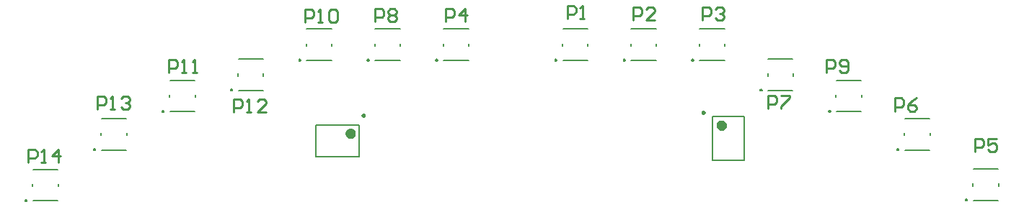
<source format=gto>
%FSTAX23Y23*%
%MOMM*%
%SFA1B1*%

%IPPOS*%
%ADD24C,0.250000*%
%ADD25C,0.599999*%
%ADD26C,0.200000*%
%ADD27C,0.250000*%
%LNfront_sensor-1*%
%LPD*%
G54D24*
X22149Y10049D02*
D01*
X22149Y10058*
X22148Y10066*
X22147Y10074*
X22145Y10083*
X22142Y10091*
X22139Y10098*
X22135Y10106*
X22131Y10113*
X22127Y1012*
X22121Y10127*
X22116Y10133*
X2211Y10139*
X22103Y10144*
X22097Y10149*
X22089Y10153*
X22082Y10157*
X22074Y10161*
X22067Y10164*
X22059Y10166*
X2205Y10168*
X22042Y10169*
X22034Y10169*
X22025*
X22017Y10169*
X22009Y10168*
X22Y10166*
X21992Y10164*
X21985Y10161*
X21977Y10157*
X21969Y10153*
X21962Y10149*
X21956Y10144*
X21949Y10139*
X21943Y10133*
X21938Y10127*
X21932Y1012*
X21928Y10113*
X21924Y10106*
X2192Y10098*
X21917Y10091*
X21914Y10083*
X21912Y10074*
X21911Y10066*
X2191Y10058*
X21909Y10049*
X2191Y10041*
X21911Y10033*
X21912Y10025*
X21914Y10016*
X21917Y10008*
X2192Y10001*
X21924Y09993*
X21928Y09986*
X21932Y09979*
X21938Y09972*
X21943Y09966*
X21949Y0996*
X21956Y09955*
X21962Y0995*
X21969Y09946*
X21977Y09942*
X21985Y09938*
X21992Y09935*
X22Y09933*
X22009Y09931*
X22017Y0993*
X22025Y0993*
X22034*
X22042Y0993*
X2205Y09931*
X22059Y09933*
X22067Y09935*
X22074Y09938*
X22082Y09942*
X22089Y09946*
X22097Y0995*
X22103Y09955*
X2211Y0996*
X22116Y09966*
X22121Y09972*
X22127Y09979*
X22131Y09986*
X22135Y09993*
X22139Y10001*
X22142Y10008*
X22145Y10016*
X22147Y10025*
X22148Y10033*
X22149Y10041*
X22149Y10049*
X-17779Y09709D02*
D01*
X-1778Y09718*
X-17781Y09726*
X-17782Y09734*
X-17784Y09743*
X-17787Y09751*
X-1779Y09758*
X-17794Y09766*
X-17798Y09773*
X-17802Y0978*
X-17808Y09787*
X-17813Y09793*
X-17819Y09799*
X-17826Y09804*
X-17832Y09809*
X-17839Y09813*
X-17847Y09817*
X-17855Y09821*
X-17862Y09824*
X-1787Y09826*
X-17879Y09828*
X-17887Y09829*
X-17895Y09829*
X-17904*
X-17912Y09829*
X-1792Y09828*
X-17929Y09826*
X-17937Y09824*
X-17944Y09821*
X-17952Y09817*
X-17959Y09813*
X-17967Y09809*
X-17973Y09804*
X-1798Y09799*
X-17986Y09793*
X-17991Y09787*
X-17997Y0978*
X-18001Y09773*
X-18005Y09766*
X-18009Y09758*
X-18012Y09751*
X-18015Y09743*
X-18017Y09734*
X-18018Y09726*
X-18019Y09718*
X-18019Y09709*
X-18019Y09701*
X-18018Y09693*
X-18017Y09685*
X-18015Y09676*
X-18012Y09668*
X-18009Y09661*
X-18005Y09653*
X-18001Y09646*
X-17997Y09639*
X-17991Y09632*
X-17986Y09626*
X-1798Y0962*
X-17973Y09615*
X-17967Y0961*
X-17959Y09606*
X-17952Y09602*
X-17944Y09598*
X-17937Y09595*
X-17929Y09593*
X-1792Y09591*
X-17912Y0959*
X-17904Y0959*
X-17895*
X-17887Y0959*
X-17879Y09591*
X-1787Y09593*
X-17862Y09595*
X-17855Y09598*
X-17847Y09602*
X-17839Y09606*
X-17832Y0961*
X-17826Y09615*
X-17819Y0962*
X-17813Y09626*
X-17808Y09632*
X-17802Y09639*
X-17798Y09646*
X-17794Y09653*
X-1779Y09661*
X-17787Y09668*
X-17784Y09676*
X-17782Y09685*
X-17781Y09693*
X-1778Y09701*
X-17779Y09709*
G54D25*
X24449Y08549D02*
D01*
X24449Y0857*
X24447Y08591*
X24443Y08612*
X24438Y08632*
X24431Y08652*
X24424Y08672*
X24414Y0869*
X24404Y08708*
X24392Y08726*
X24379Y08742*
X24365Y08758*
X2435Y08772*
X24334Y08786*
X24317Y08798*
X24299Y08809*
X24281Y08819*
X24262Y08828*
X24242Y08835*
X24222Y08841*
X24202Y08845*
X24181Y08848*
X2416Y08849*
X24139*
X24118Y08848*
X24097Y08845*
X24077Y08841*
X24057Y08835*
X24037Y08828*
X24018Y08819*
X23999Y08809*
X23982Y08798*
X23965Y08786*
X23949Y08772*
X23934Y08758*
X2392Y08742*
X23907Y08726*
X23895Y08708*
X23885Y0869*
X23875Y08672*
X23868Y08652*
X23861Y08632*
X23856Y08612*
X23852Y08591*
X2385Y0857*
X23849Y08549*
X2385Y08529*
X23852Y08508*
X23856Y08487*
X23861Y08467*
X23868Y08447*
X23875Y08427*
X23885Y08409*
X23895Y08391*
X23907Y08373*
X2392Y08357*
X23934Y08341*
X23949Y08327*
X23965Y08313*
X23982Y08301*
X23999Y0829*
X24018Y0828*
X24037Y08271*
X24057Y08264*
X24077Y08258*
X24097Y08254*
X24118Y08251*
X24139Y0825*
X2416*
X24181Y08251*
X24202Y08254*
X24222Y08258*
X24242Y08264*
X24262Y08271*
X24281Y0828*
X24299Y0829*
X24317Y08301*
X24334Y08313*
X2435Y08327*
X24365Y08341*
X24379Y08357*
X24392Y08373*
X24404Y08391*
X24414Y08409*
X24424Y08427*
X24431Y08447*
X24438Y08467*
X24443Y08487*
X24447Y08508*
X24449Y08529*
X24449Y08549*
X-19099Y07579D02*
D01*
X-191Y076*
X-19102Y07621*
X-19106Y07642*
X-19111Y07662*
X-19118Y07682*
X-19125Y07702*
X-19135Y0772*
X-19145Y07738*
X-19157Y07756*
X-1917Y07772*
X-19184Y07788*
X-19199Y07802*
X-19215Y07816*
X-19232Y07828*
X-19249Y07839*
X-19268Y07849*
X-19287Y07858*
X-19307Y07865*
X-19327Y07871*
X-19347Y07875*
X-19368Y07878*
X-19389Y07879*
X-1941*
X-19431Y07878*
X-19452Y07875*
X-19472Y07871*
X-19492Y07865*
X-19512Y07858*
X-19531Y07849*
X-19549Y07839*
X-19567Y07828*
X-19584Y07816*
X-196Y07802*
X-19615Y07788*
X-19629Y07772*
X-19642Y07756*
X-19654Y07738*
X-19664Y0772*
X-19674Y07702*
X-19681Y07682*
X-19688Y07662*
X-19693Y07642*
X-19697Y07621*
X-19699Y076*
X-19699Y07579*
X-19699Y07559*
X-19697Y07538*
X-19693Y07517*
X-19688Y07497*
X-19681Y07477*
X-19674Y07457*
X-19664Y07439*
X-19654Y07421*
X-19642Y07403*
X-19629Y07387*
X-19615Y07371*
X-196Y07357*
X-19584Y07343*
X-19567Y07331*
X-19549Y0732*
X-19531Y0731*
X-19512Y07301*
X-19492Y07294*
X-19472Y07288*
X-19452Y07284*
X-19431Y07281*
X-1941Y0728*
X-19389*
X-19368Y07281*
X-19347Y07284*
X-19327Y07288*
X-19307Y07294*
X-19287Y07301*
X-19268Y0731*
X-19249Y0732*
X-19232Y07331*
X-19215Y07343*
X-19199Y07357*
X-19184Y07371*
X-1917Y07387*
X-19157Y07403*
X-19145Y07421*
X-19135Y07439*
X-19125Y07457*
X-19118Y07477*
X-19111Y07497*
X-19106Y07517*
X-19102Y07538*
X-191Y07559*
X-19099Y07579*
G54D26*
X04819Y16229D02*
D01*
X04819Y16236*
X04819Y16243*
X04817Y1625*
X04816Y16257*
X04813Y16264*
X04811Y1627*
X04808Y16276*
X04804Y16282*
X048Y16288*
X04796Y16294*
X04791Y16299*
X04786Y16304*
X04781Y16308*
X04775Y16312*
X04769Y16316*
X04763Y16319*
X04757Y16322*
X0475Y16325*
X04744Y16327*
X04737Y16328*
X0473Y16329*
X04723Y16329*
X04716*
X04709Y16329*
X04702Y16328*
X04695Y16327*
X04689Y16325*
X04682Y16322*
X04676Y16319*
X04669Y16316*
X04664Y16312*
X04658Y16308*
X04653Y16304*
X04648Y16299*
X04643Y16294*
X04639Y16288*
X04635Y16282*
X04631Y16276*
X04628Y1627*
X04626Y16264*
X04623Y16257*
X04622Y1625*
X0462Y16243*
X0462Y16236*
X04619Y16229*
X0462Y16223*
X0462Y16216*
X04622Y16209*
X04623Y16202*
X04626Y16195*
X04628Y16189*
X04631Y16183*
X04635Y16177*
X04639Y16171*
X04643Y16165*
X04648Y1616*
X04653Y16155*
X04658Y16151*
X04664Y16147*
X04669Y16143*
X04676Y1614*
X04682Y16137*
X04689Y16134*
X04695Y16132*
X04702Y16131*
X04709Y1613*
X04716Y1613*
X04723*
X0473Y1613*
X04737Y16131*
X04744Y16132*
X0475Y16134*
X04757Y16137*
X04763Y1614*
X04769Y16143*
X04775Y16147*
X04781Y16151*
X04786Y16155*
X04791Y1616*
X04796Y16165*
X048Y16171*
X04804Y16177*
X04808Y16183*
X04811Y16189*
X04813Y16195*
X04816Y16202*
X04817Y16209*
X04819Y16216*
X04819Y16223*
X04819Y16229*
X12859D02*
D01*
X12859Y16236*
X12859Y16243*
X12857Y1625*
X12856Y16257*
X12853Y16264*
X12851Y1627*
X12848Y16276*
X12844Y16282*
X1284Y16288*
X12836Y16294*
X12831Y16299*
X12826Y16304*
X12821Y16308*
X12815Y16312*
X12809Y16316*
X12803Y16319*
X12797Y16322*
X1279Y16325*
X12784Y16327*
X12777Y16328*
X1277Y16329*
X12763Y16329*
X12756*
X12749Y16329*
X12742Y16328*
X12735Y16327*
X12729Y16325*
X12722Y16322*
X12716Y16319*
X12709Y16316*
X12704Y16312*
X12698Y16308*
X12693Y16304*
X12688Y16299*
X12683Y16294*
X12679Y16288*
X12675Y16282*
X12671Y16276*
X12668Y1627*
X12666Y16264*
X12663Y16257*
X12662Y1625*
X1266Y16243*
X1266Y16236*
X12659Y16229*
X1266Y16223*
X1266Y16216*
X12662Y16209*
X12663Y16202*
X12666Y16195*
X12668Y16189*
X12671Y16183*
X12675Y16177*
X12679Y16171*
X12683Y16165*
X12688Y1616*
X12693Y16155*
X12698Y16151*
X12704Y16147*
X12709Y16143*
X12716Y1614*
X12722Y16137*
X12729Y16134*
X12735Y16132*
X12742Y16131*
X12749Y1613*
X12756Y1613*
X12763*
X1277Y1613*
X12777Y16131*
X12784Y16132*
X1279Y16134*
X12797Y16137*
X12803Y1614*
X12809Y16143*
X12815Y16147*
X12821Y16151*
X12826Y16155*
X12831Y1616*
X12836Y16165*
X1284Y16171*
X12844Y16177*
X12848Y16183*
X12851Y16189*
X12853Y16195*
X12856Y16202*
X12857Y16209*
X12859Y16216*
X12859Y16223*
X12859Y16229*
X20889D02*
D01*
X20889Y16236*
X20889Y16243*
X20887Y1625*
X20886Y16257*
X20883Y16264*
X20881Y1627*
X20878Y16276*
X20874Y16282*
X2087Y16288*
X20866Y16294*
X20861Y16299*
X20856Y16304*
X20851Y16308*
X20845Y16312*
X20839Y16316*
X20833Y16319*
X20827Y16322*
X2082Y16325*
X20814Y16327*
X20807Y16328*
X208Y16329*
X20793Y16329*
X20786*
X20779Y16329*
X20772Y16328*
X20765Y16327*
X20759Y16325*
X20752Y16322*
X20746Y16319*
X20739Y16316*
X20734Y16312*
X20728Y16308*
X20723Y16304*
X20718Y16299*
X20713Y16294*
X20709Y16288*
X20705Y16282*
X20701Y16276*
X20698Y1627*
X20696Y16264*
X20693Y16257*
X20692Y1625*
X2069Y16243*
X2069Y16236*
X20689Y16229*
X2069Y16223*
X2069Y16216*
X20692Y16209*
X20693Y16202*
X20696Y16195*
X20698Y16189*
X20701Y16183*
X20705Y16177*
X20709Y16171*
X20713Y16165*
X20718Y1616*
X20723Y16155*
X20728Y16151*
X20734Y16147*
X20739Y16143*
X20746Y1614*
X20752Y16137*
X20759Y16134*
X20765Y16132*
X20772Y16131*
X20779Y1613*
X20786Y1613*
X20793*
X208Y1613*
X20807Y16131*
X20814Y16132*
X2082Y16134*
X20827Y16137*
X20833Y1614*
X20839Y16143*
X20845Y16147*
X20851Y16151*
X20856Y16155*
X20861Y1616*
X20866Y16165*
X2087Y16171*
X20874Y16177*
X20878Y16183*
X20881Y16189*
X20883Y16195*
X20886Y16202*
X20887Y16209*
X20889Y16216*
X20889Y16223*
X20889Y16229*
X-09179D02*
D01*
X-0918Y16236*
X-0918Y16243*
X-09182Y1625*
X-09183Y16257*
X-09186Y16264*
X-09188Y1627*
X-09191Y16276*
X-09195Y16282*
X-09199Y16288*
X-09203Y16294*
X-09208Y16299*
X-09213Y16304*
X-09218Y16308*
X-09224Y16312*
X-09229Y16316*
X-09236Y16319*
X-09242Y16322*
X-09249Y16325*
X-09255Y16327*
X-09262Y16328*
X-09269Y16329*
X-09276Y16329*
X-09283*
X-0929Y16329*
X-09297Y16328*
X-09304Y16327*
X-0931Y16325*
X-09317Y16322*
X-09323Y16319*
X-09329Y16316*
X-09335Y16312*
X-09341Y16308*
X-09346Y16304*
X-09351Y16299*
X-09356Y16294*
X-0936Y16288*
X-09364Y16282*
X-09368Y16276*
X-09371Y1627*
X-09373Y16264*
X-09376Y16257*
X-09377Y1625*
X-09379Y16243*
X-09379Y16236*
X-09379Y16229*
X-09379Y16223*
X-09379Y16216*
X-09377Y16209*
X-09376Y16202*
X-09373Y16195*
X-09371Y16189*
X-09368Y16183*
X-09364Y16177*
X-0936Y16171*
X-09356Y16165*
X-09351Y1616*
X-09346Y16155*
X-09341Y16151*
X-09335Y16147*
X-09329Y16143*
X-09323Y1614*
X-09317Y16137*
X-0931Y16134*
X-09304Y16132*
X-09297Y16131*
X-0929Y1613*
X-09283Y1613*
X-09276*
X-09269Y1613*
X-09262Y16131*
X-09255Y16132*
X-09249Y16134*
X-09242Y16137*
X-09236Y1614*
X-09229Y16143*
X-09224Y16147*
X-09218Y16151*
X-09213Y16155*
X-09208Y1616*
X-09203Y16165*
X-09199Y16171*
X-09195Y16177*
X-09191Y16183*
X-09188Y16189*
X-09186Y16195*
X-09183Y16202*
X-09182Y16209*
X-0918Y16216*
X-0918Y16223*
X-09179Y16229*
X53019Y-00249D02*
D01*
X53019Y-00243*
X53019Y-00236*
X53017Y-00229*
X53016Y-00222*
X53013Y-00215*
X53011Y-00209*
X53008Y-00203*
X53004Y-00197*
X53Y-00191*
X52996Y-00185*
X52991Y-0018*
X52986Y-00175*
X52981Y-00171*
X52975Y-00167*
X52969Y-00163*
X52963Y-0016*
X52957Y-00157*
X5295Y-00154*
X52944Y-00152*
X52937Y-00151*
X5293Y-0015*
X52923Y-0015*
X52916*
X52909Y-0015*
X52902Y-00151*
X52895Y-00152*
X52889Y-00154*
X52882Y-00157*
X52876Y-0016*
X52869Y-00163*
X52864Y-00167*
X52858Y-00171*
X52853Y-00175*
X52848Y-0018*
X52843Y-00185*
X52839Y-00191*
X52835Y-00197*
X52831Y-00203*
X52828Y-00209*
X52826Y-00215*
X52823Y-00222*
X52822Y-00229*
X5282Y-00236*
X5282Y-00243*
X52819Y-00249*
X5282Y-00256*
X5282Y-00263*
X52822Y-0027*
X52823Y-00277*
X52826Y-00284*
X52828Y-0029*
X52831Y-00296*
X52835Y-00302*
X52839Y-00308*
X52843Y-00314*
X52848Y-00319*
X52853Y-00324*
X52858Y-00328*
X52864Y-00332*
X52869Y-00336*
X52876Y-00339*
X52882Y-00342*
X52889Y-00345*
X52895Y-00347*
X52902Y-00348*
X52909Y-00349*
X52916Y-00349*
X52923*
X5293Y-00349*
X52937Y-00348*
X52944Y-00347*
X5295Y-00345*
X52957Y-00342*
X52963Y-00339*
X52969Y-00336*
X52975Y-00332*
X52981Y-00328*
X52986Y-00324*
X52991Y-00319*
X52996Y-00314*
X53Y-00308*
X53004Y-00302*
X53008Y-00296*
X53011Y-0029*
X53013Y-00284*
X53016Y-00277*
X53017Y-0027*
X53019Y-00263*
X53019Y-00256*
X53019Y-00249*
X44989Y05699D02*
D01*
X44989Y05706*
X44989Y05713*
X44987Y0572*
X44986Y05727*
X44983Y05734*
X44981Y0574*
X44978Y05746*
X44974Y05752*
X4497Y05758*
X44966Y05764*
X44961Y05769*
X44956Y05774*
X44951Y05778*
X44945Y05782*
X44939Y05786*
X44933Y05789*
X44927Y05792*
X4492Y05795*
X44914Y05797*
X44907Y05798*
X449Y05799*
X44893Y05799*
X44886*
X44879Y05799*
X44872Y05798*
X44865Y05797*
X44859Y05795*
X44852Y05792*
X44846Y05789*
X44839Y05786*
X44834Y05782*
X44828Y05778*
X44823Y05774*
X44818Y05769*
X44813Y05764*
X44809Y05758*
X44805Y05752*
X44801Y05746*
X44798Y0574*
X44796Y05734*
X44793Y05727*
X44792Y0572*
X4479Y05713*
X4479Y05706*
X44789Y05699*
X4479Y05693*
X4479Y05686*
X44792Y05679*
X44793Y05672*
X44796Y05665*
X44798Y05659*
X44801Y05653*
X44805Y05647*
X44809Y05641*
X44813Y05635*
X44818Y0563*
X44823Y05625*
X44828Y05621*
X44834Y05617*
X44839Y05613*
X44846Y0561*
X44852Y05607*
X44859Y05604*
X44865Y05602*
X44872Y05601*
X44879Y056*
X44886Y056*
X44893*
X449Y056*
X44907Y05601*
X44914Y05602*
X4492Y05604*
X44927Y05607*
X44933Y0561*
X44939Y05613*
X44945Y05617*
X44951Y05621*
X44956Y05625*
X44961Y0563*
X44966Y05635*
X4497Y05641*
X44974Y05647*
X44978Y05653*
X44981Y05659*
X44983Y05665*
X44986Y05672*
X44987Y05679*
X44989Y05686*
X44989Y05693*
X44989Y05699*
X28919Y12699D02*
D01*
X28919Y12706*
X28919Y12713*
X28917Y1272*
X28916Y12727*
X28913Y12734*
X28911Y1274*
X28908Y12746*
X28904Y12752*
X289Y12758*
X28896Y12764*
X28891Y12769*
X28886Y12774*
X28881Y12778*
X28875Y12782*
X28869Y12786*
X28863Y12789*
X28857Y12792*
X2885Y12795*
X28844Y12797*
X28837Y12798*
X2883Y12799*
X28823Y12799*
X28816*
X28809Y12799*
X28802Y12798*
X28795Y12797*
X28789Y12795*
X28782Y12792*
X28776Y12789*
X28769Y12786*
X28764Y12782*
X28758Y12778*
X28753Y12774*
X28748Y12769*
X28743Y12764*
X28739Y12758*
X28735Y12752*
X28731Y12746*
X28728Y1274*
X28726Y12734*
X28723Y12727*
X28722Y1272*
X2872Y12713*
X2872Y12706*
X28719Y12699*
X2872Y12693*
X2872Y12686*
X28722Y12679*
X28723Y12672*
X28726Y12665*
X28728Y12659*
X28731Y12653*
X28735Y12646*
X28739Y12641*
X28743Y12635*
X28748Y1263*
X28753Y12625*
X28758Y12621*
X28764Y12617*
X28769Y12613*
X28776Y1261*
X28782Y12607*
X28789Y12604*
X28795Y12602*
X28802Y12601*
X28809Y126*
X28816Y126*
X28823*
X2883Y126*
X28837Y12601*
X28844Y12602*
X2885Y12604*
X28857Y12607*
X28863Y1261*
X28869Y12613*
X28875Y12617*
X28881Y12621*
X28886Y12625*
X28891Y1263*
X28896Y12635*
X289Y12641*
X28904Y12646*
X28908Y12653*
X28911Y12659*
X28913Y12665*
X28916Y12672*
X28917Y12679*
X28919Y12686*
X28919Y12693*
X28919Y12699*
X-17209Y16229D02*
D01*
X-1721Y16236*
X-1721Y16243*
X-17212Y1625*
X-17213Y16257*
X-17216Y16264*
X-17218Y1627*
X-17221Y16276*
X-17225Y16282*
X-17229Y16288*
X-17233Y16294*
X-17238Y16299*
X-17243Y16304*
X-17248Y16308*
X-17254Y16312*
X-17259Y16316*
X-17266Y16319*
X-17272Y16322*
X-17279Y16325*
X-17285Y16327*
X-17292Y16328*
X-17299Y16329*
X-17306Y16329*
X-17313*
X-1732Y16329*
X-17327Y16328*
X-17334Y16327*
X-1734Y16325*
X-17347Y16322*
X-17353Y16319*
X-17359Y16316*
X-17365Y16312*
X-17371Y16308*
X-17376Y16304*
X-17381Y16299*
X-17386Y16294*
X-1739Y16288*
X-17394Y16282*
X-17398Y16276*
X-17401Y1627*
X-17403Y16264*
X-17406Y16257*
X-17407Y1625*
X-17409Y16243*
X-17409Y16236*
X-17409Y16229*
X-17409Y16223*
X-17409Y16216*
X-17407Y16209*
X-17406Y16202*
X-17403Y16195*
X-17401Y16189*
X-17398Y16183*
X-17394Y16177*
X-1739Y16171*
X-17386Y16165*
X-17381Y1616*
X-17376Y16155*
X-17371Y16151*
X-17365Y16147*
X-17359Y16143*
X-17353Y1614*
X-17347Y16137*
X-1734Y16134*
X-17334Y16132*
X-17327Y16131*
X-1732Y1613*
X-17313Y1613*
X-17306*
X-17299Y1613*
X-17292Y16131*
X-17285Y16132*
X-17279Y16134*
X-17272Y16137*
X-17266Y1614*
X-17259Y16143*
X-17254Y16147*
X-17248Y16151*
X-17243Y16155*
X-17238Y1616*
X-17233Y16165*
X-17229Y16171*
X-17225Y16177*
X-17221Y16183*
X-17218Y16189*
X-17216Y16195*
X-17213Y16202*
X-17212Y16209*
X-1721Y16216*
X-1721Y16223*
X-17209Y16229*
X36959Y10199D02*
D01*
X36959Y10206*
X36959Y10213*
X36957Y1022*
X36956Y10227*
X36953Y10234*
X36951Y1024*
X36948Y10246*
X36944Y10252*
X3694Y10258*
X36936Y10264*
X36931Y10269*
X36926Y10274*
X36921Y10278*
X36915Y10282*
X36909Y10286*
X36903Y10289*
X36897Y10292*
X3689Y10295*
X36884Y10297*
X36877Y10298*
X3687Y10299*
X36863Y10299*
X36856*
X36849Y10299*
X36842Y10298*
X36835Y10297*
X36829Y10295*
X36822Y10292*
X36816Y10289*
X36809Y10286*
X36804Y10282*
X36798Y10278*
X36793Y10274*
X36788Y10269*
X36783Y10264*
X36779Y10258*
X36775Y10252*
X36771Y10246*
X36768Y1024*
X36766Y10234*
X36763Y10227*
X36762Y1022*
X3676Y10213*
X3676Y10206*
X36759Y10199*
X3676Y10193*
X3676Y10186*
X36762Y10179*
X36763Y10172*
X36766Y10165*
X36768Y10159*
X36771Y10153*
X36775Y10146*
X36779Y10141*
X36783Y10135*
X36788Y1013*
X36793Y10125*
X36798Y10121*
X36804Y10117*
X36809Y10113*
X36816Y1011*
X36822Y10107*
X36829Y10104*
X36835Y10102*
X36842Y10101*
X36849Y101*
X36856Y101*
X36863*
X3687Y101*
X36877Y10101*
X36884Y10102*
X3689Y10104*
X36897Y10107*
X36903Y1011*
X36909Y10113*
X36915Y10117*
X36921Y10121*
X36926Y10125*
X36931Y1013*
X36936Y10135*
X3694Y10141*
X36944Y10146*
X36948Y10153*
X36951Y10159*
X36953Y10165*
X36956Y10172*
X36957Y10179*
X36959Y10186*
X36959Y10193*
X36959Y10199*
X-25239Y16229D02*
D01*
X-2524Y16236*
X-2524Y16243*
X-25242Y1625*
X-25243Y16257*
X-25246Y16264*
X-25248Y1627*
X-25251Y16276*
X-25255Y16282*
X-25259Y16288*
X-25263Y16294*
X-25268Y16299*
X-25273Y16304*
X-25278Y16308*
X-25284Y16312*
X-25289Y16316*
X-25296Y16319*
X-25302Y16322*
X-25309Y16325*
X-25315Y16327*
X-25322Y16328*
X-25329Y16329*
X-25336Y16329*
X-25343*
X-2535Y16329*
X-25357Y16328*
X-25364Y16327*
X-2537Y16325*
X-25377Y16322*
X-25383Y16319*
X-25389Y16316*
X-25395Y16312*
X-25401Y16308*
X-25406Y16304*
X-25411Y16299*
X-25416Y16294*
X-2542Y16288*
X-25424Y16282*
X-25428Y16276*
X-25431Y1627*
X-25433Y16264*
X-25436Y16257*
X-25437Y1625*
X-25439Y16243*
X-25439Y16236*
X-25439Y16229*
X-25439Y16223*
X-25439Y16216*
X-25437Y16209*
X-25436Y16202*
X-25433Y16195*
X-25431Y16189*
X-25428Y16183*
X-25424Y16177*
X-2542Y16171*
X-25416Y16165*
X-25411Y1616*
X-25406Y16155*
X-25401Y16151*
X-25395Y16147*
X-25389Y16143*
X-25383Y1614*
X-25377Y16137*
X-2537Y16134*
X-25364Y16132*
X-25357Y16131*
X-2535Y1613*
X-25343Y1613*
X-25336*
X-25329Y1613*
X-25322Y16131*
X-25315Y16132*
X-25309Y16134*
X-25302Y16137*
X-25296Y1614*
X-25289Y16143*
X-25284Y16147*
X-25278Y16151*
X-25273Y16155*
X-25268Y1616*
X-25263Y16165*
X-25259Y16171*
X-25255Y16177*
X-25251Y16183*
X-25248Y16189*
X-25246Y16195*
X-25243Y16202*
X-25242Y16209*
X-2524Y16216*
X-2524Y16223*
X-25239Y16229*
X-41309Y10199D02*
D01*
X-4131Y10206*
X-4131Y10213*
X-41312Y1022*
X-41313Y10227*
X-41316Y10234*
X-41318Y1024*
X-41321Y10246*
X-41325Y10252*
X-41329Y10258*
X-41333Y10264*
X-41338Y10269*
X-41343Y10274*
X-41348Y10278*
X-41354Y10282*
X-41359Y10286*
X-41366Y10289*
X-41372Y10292*
X-41379Y10295*
X-41385Y10297*
X-41392Y10298*
X-41399Y10299*
X-41406Y10299*
X-41413*
X-4142Y10299*
X-41427Y10298*
X-41434Y10297*
X-4144Y10295*
X-41447Y10292*
X-41453Y10289*
X-41459Y10286*
X-41465Y10282*
X-41471Y10278*
X-41476Y10274*
X-41481Y10269*
X-41486Y10264*
X-4149Y10258*
X-41494Y10252*
X-41498Y10246*
X-41501Y1024*
X-41503Y10234*
X-41506Y10227*
X-41507Y1022*
X-41509Y10213*
X-41509Y10206*
X-41509Y10199*
X-41509Y10193*
X-41509Y10186*
X-41507Y10179*
X-41506Y10172*
X-41503Y10165*
X-41501Y10159*
X-41498Y10153*
X-41494Y10146*
X-4149Y10141*
X-41486Y10135*
X-41481Y1013*
X-41476Y10125*
X-41471Y10121*
X-41465Y10117*
X-41459Y10113*
X-41453Y1011*
X-41447Y10107*
X-4144Y10104*
X-41434Y10102*
X-41427Y10101*
X-4142Y101*
X-41413Y101*
X-41406*
X-41399Y101*
X-41392Y10101*
X-41385Y10102*
X-41379Y10104*
X-41372Y10107*
X-41366Y1011*
X-41359Y10113*
X-41354Y10117*
X-41348Y10121*
X-41343Y10125*
X-41338Y1013*
X-41333Y10135*
X-41329Y10141*
X-41325Y10146*
X-41321Y10153*
X-41318Y10159*
X-41316Y10165*
X-41313Y10172*
X-41312Y10179*
X-4131Y10186*
X-4131Y10193*
X-41309Y10199*
X-33279Y12699D02*
D01*
X-3328Y12706*
X-3328Y12713*
X-33282Y1272*
X-33283Y12727*
X-33286Y12734*
X-33288Y1274*
X-33291Y12746*
X-33295Y12752*
X-33299Y12758*
X-33303Y12764*
X-33308Y12769*
X-33313Y12774*
X-33318Y12778*
X-33324Y12782*
X-33329Y12786*
X-33336Y12789*
X-33342Y12792*
X-33349Y12795*
X-33355Y12797*
X-33362Y12798*
X-33369Y12799*
X-33376Y12799*
X-33383*
X-3339Y12799*
X-33397Y12798*
X-33404Y12797*
X-3341Y12795*
X-33417Y12792*
X-33423Y12789*
X-33429Y12786*
X-33435Y12782*
X-33441Y12778*
X-33446Y12774*
X-33451Y12769*
X-33456Y12764*
X-3346Y12758*
X-33464Y12752*
X-33468Y12746*
X-33471Y1274*
X-33473Y12734*
X-33476Y12727*
X-33477Y1272*
X-33479Y12713*
X-33479Y12706*
X-33479Y12699*
X-33479Y12693*
X-33479Y12686*
X-33477Y12679*
X-33476Y12672*
X-33473Y12665*
X-33471Y12659*
X-33468Y12653*
X-33464Y12646*
X-3346Y12641*
X-33456Y12635*
X-33451Y1263*
X-33446Y12625*
X-33441Y12621*
X-33435Y12617*
X-33429Y12613*
X-33423Y1261*
X-33417Y12607*
X-3341Y12604*
X-33404Y12602*
X-33397Y12601*
X-3339Y126*
X-33383Y126*
X-33376*
X-33369Y126*
X-33362Y12601*
X-33355Y12602*
X-33349Y12604*
X-33342Y12607*
X-33336Y1261*
X-33329Y12613*
X-33324Y12617*
X-33318Y12621*
X-33313Y12625*
X-33308Y1263*
X-33303Y12635*
X-33299Y12641*
X-33295Y12646*
X-33291Y12653*
X-33288Y12659*
X-33286Y12665*
X-33283Y12672*
X-33282Y12679*
X-3328Y12686*
X-3328Y12693*
X-33279Y12699*
X-49339Y05699D02*
D01*
X-4934Y05706*
X-4934Y05713*
X-49342Y0572*
X-49343Y05727*
X-49346Y05734*
X-49348Y0574*
X-49351Y05746*
X-49355Y05752*
X-49359Y05758*
X-49363Y05764*
X-49368Y05769*
X-49373Y05774*
X-49378Y05778*
X-49384Y05782*
X-49389Y05786*
X-49396Y05789*
X-49402Y05792*
X-49409Y05795*
X-49415Y05797*
X-49422Y05798*
X-49429Y05799*
X-49436Y05799*
X-49443*
X-4945Y05799*
X-49457Y05798*
X-49464Y05797*
X-4947Y05795*
X-49477Y05792*
X-49483Y05789*
X-49489Y05786*
X-49495Y05782*
X-49501Y05778*
X-49506Y05774*
X-49511Y05769*
X-49516Y05764*
X-4952Y05758*
X-49524Y05752*
X-49528Y05746*
X-49531Y0574*
X-49533Y05734*
X-49536Y05727*
X-49537Y0572*
X-49539Y05713*
X-49539Y05706*
X-49539Y05699*
X-49539Y05693*
X-49539Y05686*
X-49537Y05679*
X-49536Y05672*
X-49533Y05665*
X-49531Y05659*
X-49528Y05653*
X-49524Y05647*
X-4952Y05641*
X-49516Y05635*
X-49511Y0563*
X-49506Y05625*
X-49501Y05621*
X-49495Y05617*
X-49489Y05613*
X-49483Y0561*
X-49477Y05607*
X-4947Y05604*
X-49464Y05602*
X-49457Y05601*
X-4945Y056*
X-49443Y056*
X-49436*
X-49429Y056*
X-49422Y05601*
X-49415Y05602*
X-49409Y05604*
X-49402Y05607*
X-49396Y0561*
X-49389Y05613*
X-49384Y05617*
X-49378Y05621*
X-49373Y05625*
X-49368Y0563*
X-49363Y05635*
X-49359Y05641*
X-49355Y05647*
X-49351Y05653*
X-49348Y05659*
X-49346Y05665*
X-49343Y05672*
X-49342Y05679*
X-4934Y05686*
X-4934Y05693*
X-49339Y05699*
X-57379Y-00299D02*
D01*
X-5738Y-00293*
X-5738Y-00286*
X-57382Y-00279*
X-57383Y-00272*
X-57386Y-00265*
X-57388Y-00259*
X-57391Y-00253*
X-57395Y-00246*
X-57399Y-00241*
X-57403Y-00235*
X-57408Y-0023*
X-57413Y-00225*
X-57418Y-00221*
X-57424Y-00217*
X-57429Y-00213*
X-57436Y-0021*
X-57442Y-00207*
X-57449Y-00204*
X-57455Y-00202*
X-57462Y-00201*
X-57469Y-002*
X-57476Y-002*
X-57483*
X-5749Y-002*
X-57497Y-00201*
X-57504Y-00202*
X-5751Y-00204*
X-57517Y-00207*
X-57523Y-0021*
X-57529Y-00213*
X-57535Y-00217*
X-57541Y-00221*
X-57546Y-00225*
X-57551Y-0023*
X-57556Y-00235*
X-5756Y-00241*
X-57564Y-00246*
X-57568Y-00253*
X-57571Y-00259*
X-57573Y-00265*
X-57576Y-00272*
X-57577Y-00279*
X-57579Y-00286*
X-57579Y-00293*
X-57579Y-00299*
X-57579Y-00306*
X-57579Y-00313*
X-57577Y-0032*
X-57576Y-00327*
X-57573Y-00334*
X-57571Y-0034*
X-57568Y-00346*
X-57564Y-00352*
X-5756Y-00358*
X-57556Y-00364*
X-57551Y-00369*
X-57546Y-00374*
X-57541Y-00378*
X-57535Y-00382*
X-57529Y-00386*
X-57523Y-00389*
X-57517Y-00392*
X-5751Y-00395*
X-57504Y-00397*
X-57497Y-00398*
X-5749Y-00399*
X-57483Y-00399*
X-57476*
X-57469Y-00399*
X-57462Y-00398*
X-57455Y-00397*
X-57449Y-00395*
X-57442Y-00392*
X-57436Y-00389*
X-57429Y-00386*
X-57424Y-00382*
X-57418Y-00378*
X-57413Y-00374*
X-57408Y-00369*
X-57403Y-00364*
X-57399Y-00358*
X-57395Y-00352*
X-57391Y-00346*
X-57388Y-0034*
X-57386Y-00334*
X-57383Y-00327*
X-57382Y-0032*
X-5738Y-00313*
X-5738Y-00306*
X-57379Y-00299*
X23149Y04449D02*
Y09549D01*
X26849Y04449D02*
Y09549D01*
X23149D02*
X26849D01*
X23149Y04449D02*
X26849D01*
X-23499Y08579D02*
X-18409D01*
X-23499Y04879D02*
X-18409D01*
Y08579*
X-23499Y04879D02*
Y08579D01*
X08499Y17879D02*
Y18179D01*
X05499Y17879D02*
Y18179D01*
X05549Y16179D02*
X08449D01*
X05549Y19879D02*
X08449D01*
X16529Y17879D02*
Y18179D01*
X13529Y17879D02*
Y18179D01*
X13579Y16179D02*
X16479D01*
X13579Y19879D02*
X16479D01*
X24569Y17879D02*
Y18179D01*
X21569Y17879D02*
Y18179D01*
X21619Y16179D02*
X24519D01*
X21619Y19879D02*
X24519D01*
X-05499Y17879D02*
Y18179D01*
X-08499Y17879D02*
Y18179D01*
X-08449Y16179D02*
X-05549D01*
X-08449Y19879D02*
X-05549D01*
X56699Y01399D02*
Y01699D01*
X53699Y01399D02*
Y01699D01*
X53749Y-00299D02*
X56649D01*
X53749Y03399D02*
X56649D01*
X48669Y07349D02*
Y07649D01*
X45669Y07349D02*
Y07649D01*
X45719Y05649D02*
X48619D01*
X45719Y09349D02*
X48619D01*
X32599Y14349D02*
Y14649D01*
X29599Y14349D02*
Y14649D01*
X29649Y12649D02*
X32549D01*
X29649Y16349D02*
X32549D01*
X-13529Y17879D02*
Y18179D01*
X-16529Y17879D02*
Y18179D01*
X-16479Y16179D02*
X-13579D01*
X-16479Y19879D02*
X-13579D01*
X40629Y11849D02*
Y12149D01*
X37629Y11849D02*
Y12149D01*
X37679Y10149D02*
X40579D01*
X37679Y13849D02*
X40579D01*
X-21569Y17879D02*
Y18179D01*
X-24569Y17879D02*
Y18179D01*
X-24519Y16179D02*
X-21619D01*
X-24519Y19879D02*
X-21619D01*
X-37629Y11849D02*
Y12149D01*
X-40629Y11849D02*
Y12149D01*
X-40579Y10149D02*
X-37679D01*
X-40579Y13849D02*
X-37679D01*
X-29599Y14349D02*
Y14649D01*
X-32599Y14349D02*
Y14649D01*
X-32549Y12649D02*
X-29649D01*
X-32549Y16349D02*
X-29649D01*
X-45669Y07349D02*
Y07649D01*
X-48669Y07349D02*
Y07649D01*
X-48619Y05649D02*
X-45719D01*
X-48619Y09349D02*
X-45719D01*
X-53699Y01349D02*
Y01649D01*
X-56699Y01349D02*
Y01649D01*
X-56649Y-00349D02*
X-53749D01*
X-56649Y03349D02*
X-53749D01*
G54D27*
X-57199Y04199D02*
Y05719D01*
X-56439*
X-56179Y05469*
Y04959*
X-56439Y04709*
X-57199*
X-55679Y04199D02*
X-55169D01*
X-55419*
Y05719*
X-55679Y05469*
X-53649Y04199D02*
Y05719D01*
X-54409Y04959*
X-53389*
X-49099Y10449D02*
Y11969D01*
X-48339*
X-48079Y11719*
Y11209*
X-48339Y10959*
X-49099*
X-47579Y10449D02*
X-47069D01*
X-47319*
Y11969*
X-47579Y11719*
X-46309D02*
X-46049Y11969D01*
X-45549*
X-45289Y11719*
Y11469*
X-45549Y11209*
X-45799*
X-45549*
X-45289Y10959*
Y10699*
X-45549Y10449*
X-46049*
X-46309Y10699*
X-33119Y10119D02*
Y11649D01*
X-32359*
X-32109Y11389*
Y10889*
X-32359Y10629*
X-33119*
X-31599Y10119D02*
X-31089D01*
X-31349*
Y11649*
X-31599Y11389*
X-29319Y10119D02*
X-30329D01*
X-29319Y11139*
Y11389*
X-29569Y11649*
X-30079*
X-30329Y11389*
X-40719Y14769D02*
Y16299D01*
X-39959*
X-39709Y16039*
Y15539*
X-39959Y15279*
X-40719*
X-39199Y14769D02*
X-38689D01*
X-38949*
Y16299*
X-39199Y16039*
X-37929Y14769D02*
X-37419D01*
X-37679*
Y16299*
X-37929Y16039*
X-24729Y20669D02*
Y22199D01*
X-23959*
X-23709Y21939*
Y21439*
X-23959Y21179*
X-24729*
X-23199Y20669D02*
X-22689D01*
X-22949*
Y22199*
X-23199Y21939*
X-21929D02*
X-21679Y22199D01*
X-21169*
X-20919Y21939*
Y20929*
X-21169Y20669*
X-21679*
X-21929Y20929*
Y21939*
X36469Y14719D02*
Y16239D01*
X37229*
X37479Y15989*
Y15479*
X37229Y15229*
X36469*
X37989Y14969D02*
X38249Y14719D01*
X38749*
X39009Y14969*
Y15989*
X38749Y16239*
X38249*
X37989Y15989*
Y15729*
X38249Y15479*
X39009*
X-16479Y20729D02*
Y22249D01*
X-15709*
X-15459Y21989*
Y21489*
X-15709Y21229*
X-16479*
X-14949Y21989D02*
X-14699Y22249D01*
X-14189*
X-13939Y21989*
Y21739*
X-14189Y21489*
X-13939Y21229*
Y20979*
X-14189Y20729*
X-14699*
X-14949Y20979*
Y21229*
X-14699Y21489*
X-14949Y21739*
Y21989*
X-14699Y21489D02*
X-14189D01*
X29599Y10549D02*
Y12069D01*
X30359*
X30619Y11819*
Y11309*
X30359Y11059*
X29599*
X31119Y12069D02*
X32139D01*
Y11819*
X31119Y10799*
Y10549*
X44499Y10219D02*
Y11749D01*
X45259*
X45519Y11489*
Y10979*
X45259Y10729*
X44499*
X47039Y11749D02*
X46529Y11489D01*
X46019Y10979*
Y10479*
X46279Y10219*
X46789*
X47039Y10479*
Y10729*
X46789Y10979*
X46019*
X53949Y05469D02*
Y06999D01*
X54709*
X54969Y06739*
Y06239*
X54709Y05979*
X53949*
X56489Y06999D02*
X55469D01*
Y06239*
X55979Y06489*
X56239*
X56489Y06239*
Y05729*
X56239Y05469*
X55729*
X55469Y05729*
X-08249Y20799D02*
Y22319D01*
X-07489*
X-07229Y22069*
Y21559*
X-07489Y21309*
X-08249*
X-05959Y20799D02*
Y22319D01*
X-06729Y21559*
X-05709*
X21949Y20899D02*
Y22419D01*
X22709*
X22969Y22169*
Y21659*
X22709Y21409*
X21949*
X23469Y22169D02*
X23729Y22419D01*
X24239*
X24489Y22169*
Y21919*
X24239Y21659*
X23979*
X24239*
X24489Y21409*
Y21149*
X24239Y20899*
X23729*
X23469Y21149*
X13819Y20949D02*
Y22469D01*
X14589*
X14839Y22219*
Y21709*
X14589Y21459*
X13819*
X16359Y20949D02*
X15349D01*
X16359Y21969*
Y22219*
X16109Y22469*
X15599*
X15349Y22219*
X06049Y21099D02*
Y22619D01*
X06809*
X07069Y22369*
Y21859*
X06809Y21609*
X06049*
X07569Y21099D02*
X08079D01*
X07829*
Y22619*
X07569Y22369*
M02*
</source>
